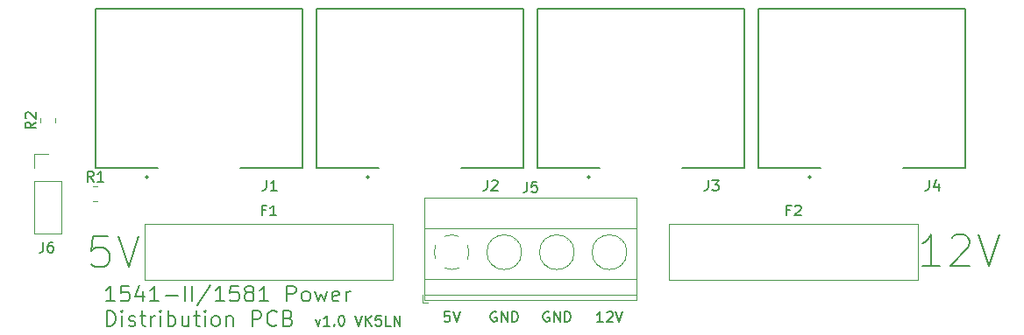
<source format=gbr>
%TF.GenerationSoftware,KiCad,Pcbnew,(6.0.5)*%
%TF.CreationDate,2022-11-10T13:27:30+10:30*%
%TF.ProjectId,1541-II PS,31353431-2d49-4492-9050-532e6b696361,rev?*%
%TF.SameCoordinates,Original*%
%TF.FileFunction,Legend,Top*%
%TF.FilePolarity,Positive*%
%FSLAX46Y46*%
G04 Gerber Fmt 4.6, Leading zero omitted, Abs format (unit mm)*
G04 Created by KiCad (PCBNEW (6.0.5)) date 2022-11-10 13:27:30*
%MOMM*%
%LPD*%
G01*
G04 APERTURE LIST*
%ADD10C,0.150000*%
%ADD11C,0.120000*%
%ADD12C,0.127000*%
%ADD13C,0.200000*%
G04 APERTURE END LIST*
D10*
X103774952Y-80716380D02*
X103203523Y-80716380D01*
X103489238Y-80716380D02*
X103489238Y-79716380D01*
X103394000Y-79859238D01*
X103298761Y-79954476D01*
X103203523Y-80002095D01*
X104155904Y-79811619D02*
X104203523Y-79764000D01*
X104298761Y-79716380D01*
X104536857Y-79716380D01*
X104632095Y-79764000D01*
X104679714Y-79811619D01*
X104727333Y-79906857D01*
X104727333Y-80002095D01*
X104679714Y-80144952D01*
X104108285Y-80716380D01*
X104727333Y-80716380D01*
X105013047Y-79716380D02*
X105346380Y-80716380D01*
X105679714Y-79716380D01*
X55943571Y-72398142D02*
X54515000Y-72398142D01*
X54372142Y-73826714D01*
X54515000Y-73683857D01*
X54800714Y-73541000D01*
X55515000Y-73541000D01*
X55800714Y-73683857D01*
X55943571Y-73826714D01*
X56086428Y-74112428D01*
X56086428Y-74826714D01*
X55943571Y-75112428D01*
X55800714Y-75255285D01*
X55515000Y-75398142D01*
X54800714Y-75398142D01*
X54515000Y-75255285D01*
X54372142Y-75112428D01*
X56943571Y-72398142D02*
X57943571Y-75398142D01*
X58943571Y-72398142D01*
X136318857Y-75271142D02*
X134604571Y-75271142D01*
X135461714Y-75271142D02*
X135461714Y-72271142D01*
X135176000Y-72699714D01*
X134890285Y-72985428D01*
X134604571Y-73128285D01*
X137461714Y-72556857D02*
X137604571Y-72414000D01*
X137890285Y-72271142D01*
X138604571Y-72271142D01*
X138890285Y-72414000D01*
X139033142Y-72556857D01*
X139176000Y-72842571D01*
X139176000Y-73128285D01*
X139033142Y-73556857D01*
X137318857Y-75271142D01*
X139176000Y-75271142D01*
X140033142Y-72271142D02*
X141033142Y-75271142D01*
X142033142Y-72271142D01*
X88963523Y-79716380D02*
X88487333Y-79716380D01*
X88439714Y-80192571D01*
X88487333Y-80144952D01*
X88582571Y-80097333D01*
X88820666Y-80097333D01*
X88915904Y-80144952D01*
X88963523Y-80192571D01*
X89011142Y-80287809D01*
X89011142Y-80525904D01*
X88963523Y-80621142D01*
X88915904Y-80668761D01*
X88820666Y-80716380D01*
X88582571Y-80716380D01*
X88487333Y-80668761D01*
X88439714Y-80621142D01*
X89296857Y-79716380D02*
X89630190Y-80716380D01*
X89963523Y-79716380D01*
X56612357Y-78719071D02*
X55755214Y-78719071D01*
X56183785Y-78719071D02*
X56183785Y-77219071D01*
X56040928Y-77433357D01*
X55898071Y-77576214D01*
X55755214Y-77647642D01*
X57969500Y-77219071D02*
X57255214Y-77219071D01*
X57183785Y-77933357D01*
X57255214Y-77861928D01*
X57398071Y-77790500D01*
X57755214Y-77790500D01*
X57898071Y-77861928D01*
X57969500Y-77933357D01*
X58040928Y-78076214D01*
X58040928Y-78433357D01*
X57969500Y-78576214D01*
X57898071Y-78647642D01*
X57755214Y-78719071D01*
X57398071Y-78719071D01*
X57255214Y-78647642D01*
X57183785Y-78576214D01*
X59326642Y-77719071D02*
X59326642Y-78719071D01*
X58969500Y-77147642D02*
X58612357Y-78219071D01*
X59540928Y-78219071D01*
X60898071Y-78719071D02*
X60040928Y-78719071D01*
X60469500Y-78719071D02*
X60469500Y-77219071D01*
X60326642Y-77433357D01*
X60183785Y-77576214D01*
X60040928Y-77647642D01*
X61540928Y-78147642D02*
X62683785Y-78147642D01*
X63398071Y-78719071D02*
X63398071Y-77219071D01*
X64112357Y-78719071D02*
X64112357Y-77219071D01*
X65898071Y-77147642D02*
X64612357Y-79076214D01*
X67183785Y-78719071D02*
X66326642Y-78719071D01*
X66755214Y-78719071D02*
X66755214Y-77219071D01*
X66612357Y-77433357D01*
X66469500Y-77576214D01*
X66326642Y-77647642D01*
X68540928Y-77219071D02*
X67826642Y-77219071D01*
X67755214Y-77933357D01*
X67826642Y-77861928D01*
X67969500Y-77790500D01*
X68326642Y-77790500D01*
X68469500Y-77861928D01*
X68540928Y-77933357D01*
X68612357Y-78076214D01*
X68612357Y-78433357D01*
X68540928Y-78576214D01*
X68469500Y-78647642D01*
X68326642Y-78719071D01*
X67969500Y-78719071D01*
X67826642Y-78647642D01*
X67755214Y-78576214D01*
X69469500Y-77861928D02*
X69326642Y-77790500D01*
X69255214Y-77719071D01*
X69183785Y-77576214D01*
X69183785Y-77504785D01*
X69255214Y-77361928D01*
X69326642Y-77290500D01*
X69469500Y-77219071D01*
X69755214Y-77219071D01*
X69898071Y-77290500D01*
X69969500Y-77361928D01*
X70040928Y-77504785D01*
X70040928Y-77576214D01*
X69969500Y-77719071D01*
X69898071Y-77790500D01*
X69755214Y-77861928D01*
X69469500Y-77861928D01*
X69326642Y-77933357D01*
X69255214Y-78004785D01*
X69183785Y-78147642D01*
X69183785Y-78433357D01*
X69255214Y-78576214D01*
X69326642Y-78647642D01*
X69469500Y-78719071D01*
X69755214Y-78719071D01*
X69898071Y-78647642D01*
X69969500Y-78576214D01*
X70040928Y-78433357D01*
X70040928Y-78147642D01*
X69969500Y-78004785D01*
X69898071Y-77933357D01*
X69755214Y-77861928D01*
X71469500Y-78719071D02*
X70612357Y-78719071D01*
X71040928Y-78719071D02*
X71040928Y-77219071D01*
X70898071Y-77433357D01*
X70755214Y-77576214D01*
X70612357Y-77647642D01*
X73255214Y-78719071D02*
X73255214Y-77219071D01*
X73826642Y-77219071D01*
X73969500Y-77290500D01*
X74040928Y-77361928D01*
X74112357Y-77504785D01*
X74112357Y-77719071D01*
X74040928Y-77861928D01*
X73969500Y-77933357D01*
X73826642Y-78004785D01*
X73255214Y-78004785D01*
X74969500Y-78719071D02*
X74826642Y-78647642D01*
X74755214Y-78576214D01*
X74683785Y-78433357D01*
X74683785Y-78004785D01*
X74755214Y-77861928D01*
X74826642Y-77790500D01*
X74969500Y-77719071D01*
X75183785Y-77719071D01*
X75326642Y-77790500D01*
X75398071Y-77861928D01*
X75469500Y-78004785D01*
X75469500Y-78433357D01*
X75398071Y-78576214D01*
X75326642Y-78647642D01*
X75183785Y-78719071D01*
X74969500Y-78719071D01*
X75969500Y-77719071D02*
X76255214Y-78719071D01*
X76540928Y-78004785D01*
X76826642Y-78719071D01*
X77112357Y-77719071D01*
X78255214Y-78647642D02*
X78112357Y-78719071D01*
X77826642Y-78719071D01*
X77683785Y-78647642D01*
X77612357Y-78504785D01*
X77612357Y-77933357D01*
X77683785Y-77790500D01*
X77826642Y-77719071D01*
X78112357Y-77719071D01*
X78255214Y-77790500D01*
X78326642Y-77933357D01*
X78326642Y-78076214D01*
X77612357Y-78219071D01*
X78969500Y-78719071D02*
X78969500Y-77719071D01*
X78969500Y-78004785D02*
X79040928Y-77861928D01*
X79112357Y-77790500D01*
X79255214Y-77719071D01*
X79398071Y-77719071D01*
X55826642Y-81134071D02*
X55826642Y-79634071D01*
X56183785Y-79634071D01*
X56398071Y-79705500D01*
X56540928Y-79848357D01*
X56612357Y-79991214D01*
X56683785Y-80276928D01*
X56683785Y-80491214D01*
X56612357Y-80776928D01*
X56540928Y-80919785D01*
X56398071Y-81062642D01*
X56183785Y-81134071D01*
X55826642Y-81134071D01*
X57326642Y-81134071D02*
X57326642Y-80134071D01*
X57326642Y-79634071D02*
X57255214Y-79705500D01*
X57326642Y-79776928D01*
X57398071Y-79705500D01*
X57326642Y-79634071D01*
X57326642Y-79776928D01*
X57969500Y-81062642D02*
X58112357Y-81134071D01*
X58398071Y-81134071D01*
X58540928Y-81062642D01*
X58612357Y-80919785D01*
X58612357Y-80848357D01*
X58540928Y-80705500D01*
X58398071Y-80634071D01*
X58183785Y-80634071D01*
X58040928Y-80562642D01*
X57969500Y-80419785D01*
X57969500Y-80348357D01*
X58040928Y-80205500D01*
X58183785Y-80134071D01*
X58398071Y-80134071D01*
X58540928Y-80205500D01*
X59040928Y-80134071D02*
X59612357Y-80134071D01*
X59255214Y-79634071D02*
X59255214Y-80919785D01*
X59326642Y-81062642D01*
X59469500Y-81134071D01*
X59612357Y-81134071D01*
X60112357Y-81134071D02*
X60112357Y-80134071D01*
X60112357Y-80419785D02*
X60183785Y-80276928D01*
X60255214Y-80205500D01*
X60398071Y-80134071D01*
X60540928Y-80134071D01*
X61040928Y-81134071D02*
X61040928Y-80134071D01*
X61040928Y-79634071D02*
X60969500Y-79705500D01*
X61040928Y-79776928D01*
X61112357Y-79705500D01*
X61040928Y-79634071D01*
X61040928Y-79776928D01*
X61755214Y-81134071D02*
X61755214Y-79634071D01*
X61755214Y-80205500D02*
X61898071Y-80134071D01*
X62183785Y-80134071D01*
X62326642Y-80205500D01*
X62398071Y-80276928D01*
X62469500Y-80419785D01*
X62469500Y-80848357D01*
X62398071Y-80991214D01*
X62326642Y-81062642D01*
X62183785Y-81134071D01*
X61898071Y-81134071D01*
X61755214Y-81062642D01*
X63755214Y-80134071D02*
X63755214Y-81134071D01*
X63112357Y-80134071D02*
X63112357Y-80919785D01*
X63183785Y-81062642D01*
X63326642Y-81134071D01*
X63540928Y-81134071D01*
X63683785Y-81062642D01*
X63755214Y-80991214D01*
X64255214Y-80134071D02*
X64826642Y-80134071D01*
X64469500Y-79634071D02*
X64469500Y-80919785D01*
X64540928Y-81062642D01*
X64683785Y-81134071D01*
X64826642Y-81134071D01*
X65326642Y-81134071D02*
X65326642Y-80134071D01*
X65326642Y-79634071D02*
X65255214Y-79705500D01*
X65326642Y-79776928D01*
X65398071Y-79705500D01*
X65326642Y-79634071D01*
X65326642Y-79776928D01*
X66255214Y-81134071D02*
X66112357Y-81062642D01*
X66040928Y-80991214D01*
X65969500Y-80848357D01*
X65969500Y-80419785D01*
X66040928Y-80276928D01*
X66112357Y-80205500D01*
X66255214Y-80134071D01*
X66469500Y-80134071D01*
X66612357Y-80205500D01*
X66683785Y-80276928D01*
X66755214Y-80419785D01*
X66755214Y-80848357D01*
X66683785Y-80991214D01*
X66612357Y-81062642D01*
X66469500Y-81134071D01*
X66255214Y-81134071D01*
X67398071Y-80134071D02*
X67398071Y-81134071D01*
X67398071Y-80276928D02*
X67469500Y-80205500D01*
X67612357Y-80134071D01*
X67826642Y-80134071D01*
X67969500Y-80205500D01*
X68040928Y-80348357D01*
X68040928Y-81134071D01*
X69898071Y-81134071D02*
X69898071Y-79634071D01*
X70469500Y-79634071D01*
X70612357Y-79705500D01*
X70683785Y-79776928D01*
X70755214Y-79919785D01*
X70755214Y-80134071D01*
X70683785Y-80276928D01*
X70612357Y-80348357D01*
X70469500Y-80419785D01*
X69898071Y-80419785D01*
X72255214Y-80991214D02*
X72183785Y-81062642D01*
X71969500Y-81134071D01*
X71826642Y-81134071D01*
X71612357Y-81062642D01*
X71469500Y-80919785D01*
X71398071Y-80776928D01*
X71326642Y-80491214D01*
X71326642Y-80276928D01*
X71398071Y-79991214D01*
X71469500Y-79848357D01*
X71612357Y-79705500D01*
X71826642Y-79634071D01*
X71969500Y-79634071D01*
X72183785Y-79705500D01*
X72255214Y-79776928D01*
X73398071Y-80348357D02*
X73612357Y-80419785D01*
X73683785Y-80491214D01*
X73755214Y-80634071D01*
X73755214Y-80848357D01*
X73683785Y-80991214D01*
X73612357Y-81062642D01*
X73469500Y-81134071D01*
X72898071Y-81134071D01*
X72898071Y-79634071D01*
X73398071Y-79634071D01*
X73540928Y-79705500D01*
X73612357Y-79776928D01*
X73683785Y-79919785D01*
X73683785Y-80062642D01*
X73612357Y-80205500D01*
X73540928Y-80276928D01*
X73398071Y-80348357D01*
X72898071Y-80348357D01*
X98552095Y-79764000D02*
X98456857Y-79716380D01*
X98314000Y-79716380D01*
X98171142Y-79764000D01*
X98075904Y-79859238D01*
X98028285Y-79954476D01*
X97980666Y-80144952D01*
X97980666Y-80287809D01*
X98028285Y-80478285D01*
X98075904Y-80573523D01*
X98171142Y-80668761D01*
X98314000Y-80716380D01*
X98409238Y-80716380D01*
X98552095Y-80668761D01*
X98599714Y-80621142D01*
X98599714Y-80287809D01*
X98409238Y-80287809D01*
X99028285Y-80716380D02*
X99028285Y-79716380D01*
X99599714Y-80716380D01*
X99599714Y-79716380D01*
X100075904Y-80716380D02*
X100075904Y-79716380D01*
X100314000Y-79716380D01*
X100456857Y-79764000D01*
X100552095Y-79859238D01*
X100599714Y-79954476D01*
X100647333Y-80144952D01*
X100647333Y-80287809D01*
X100599714Y-80478285D01*
X100552095Y-80573523D01*
X100456857Y-80668761D01*
X100314000Y-80716380D01*
X100075904Y-80716380D01*
X75994142Y-80430714D02*
X76232238Y-81097380D01*
X76470333Y-80430714D01*
X77375095Y-81097380D02*
X76803666Y-81097380D01*
X77089380Y-81097380D02*
X77089380Y-80097380D01*
X76994142Y-80240238D01*
X76898904Y-80335476D01*
X76803666Y-80383095D01*
X77803666Y-81002142D02*
X77851285Y-81049761D01*
X77803666Y-81097380D01*
X77756047Y-81049761D01*
X77803666Y-81002142D01*
X77803666Y-81097380D01*
X78470333Y-80097380D02*
X78565571Y-80097380D01*
X78660809Y-80145000D01*
X78708428Y-80192619D01*
X78756047Y-80287857D01*
X78803666Y-80478333D01*
X78803666Y-80716428D01*
X78756047Y-80906904D01*
X78708428Y-81002142D01*
X78660809Y-81049761D01*
X78565571Y-81097380D01*
X78470333Y-81097380D01*
X78375095Y-81049761D01*
X78327476Y-81002142D01*
X78279857Y-80906904D01*
X78232238Y-80716428D01*
X78232238Y-80478333D01*
X78279857Y-80287857D01*
X78327476Y-80192619D01*
X78375095Y-80145000D01*
X78470333Y-80097380D01*
X79851285Y-80097380D02*
X80184619Y-81097380D01*
X80517952Y-80097380D01*
X80851285Y-81097380D02*
X80851285Y-80097380D01*
X81422714Y-81097380D02*
X80994142Y-80525952D01*
X81422714Y-80097380D02*
X80851285Y-80668809D01*
X82327476Y-80097380D02*
X81851285Y-80097380D01*
X81803666Y-80573571D01*
X81851285Y-80525952D01*
X81946523Y-80478333D01*
X82184619Y-80478333D01*
X82279857Y-80525952D01*
X82327476Y-80573571D01*
X82375095Y-80668809D01*
X82375095Y-80906904D01*
X82327476Y-81002142D01*
X82279857Y-81049761D01*
X82184619Y-81097380D01*
X81946523Y-81097380D01*
X81851285Y-81049761D01*
X81803666Y-81002142D01*
X83279857Y-81097380D02*
X82803666Y-81097380D01*
X82803666Y-80097380D01*
X83613190Y-81097380D02*
X83613190Y-80097380D01*
X84184619Y-81097380D01*
X84184619Y-80097380D01*
X93472095Y-79764000D02*
X93376857Y-79716380D01*
X93234000Y-79716380D01*
X93091142Y-79764000D01*
X92995904Y-79859238D01*
X92948285Y-79954476D01*
X92900666Y-80144952D01*
X92900666Y-80287809D01*
X92948285Y-80478285D01*
X92995904Y-80573523D01*
X93091142Y-80668761D01*
X93234000Y-80716380D01*
X93329238Y-80716380D01*
X93472095Y-80668761D01*
X93519714Y-80621142D01*
X93519714Y-80287809D01*
X93329238Y-80287809D01*
X93948285Y-80716380D02*
X93948285Y-79716380D01*
X94519714Y-80716380D01*
X94519714Y-79716380D01*
X94995904Y-80716380D02*
X94995904Y-79716380D01*
X95234000Y-79716380D01*
X95376857Y-79764000D01*
X95472095Y-79859238D01*
X95519714Y-79954476D01*
X95567333Y-80144952D01*
X95567333Y-80287809D01*
X95519714Y-80478285D01*
X95472095Y-80573523D01*
X95376857Y-80668761D01*
X95234000Y-80716380D01*
X94995904Y-80716380D01*
%TO.C,R2*%
X48967380Y-61380666D02*
X48491190Y-61714000D01*
X48967380Y-61952095D02*
X47967380Y-61952095D01*
X47967380Y-61571142D01*
X48015000Y-61475904D01*
X48062619Y-61428285D01*
X48157857Y-61380666D01*
X48300714Y-61380666D01*
X48395952Y-61428285D01*
X48443571Y-61475904D01*
X48491190Y-61571142D01*
X48491190Y-61952095D01*
X48062619Y-60999714D02*
X48015000Y-60952095D01*
X47967380Y-60856857D01*
X47967380Y-60618761D01*
X48015000Y-60523523D01*
X48062619Y-60475904D01*
X48157857Y-60428285D01*
X48253095Y-60428285D01*
X48395952Y-60475904D01*
X48967380Y-61047333D01*
X48967380Y-60428285D01*
%TO.C,R1*%
X54570333Y-67128380D02*
X54237000Y-66652190D01*
X53998904Y-67128380D02*
X53998904Y-66128380D01*
X54379857Y-66128380D01*
X54475095Y-66176000D01*
X54522714Y-66223619D01*
X54570333Y-66318857D01*
X54570333Y-66461714D01*
X54522714Y-66556952D01*
X54475095Y-66604571D01*
X54379857Y-66652190D01*
X53998904Y-66652190D01*
X55522714Y-67128380D02*
X54951285Y-67128380D01*
X55237000Y-67128380D02*
X55237000Y-66128380D01*
X55141761Y-66271238D01*
X55046523Y-66366476D01*
X54951285Y-66414095D01*
%TO.C,J6*%
X49704666Y-72985380D02*
X49704666Y-73699666D01*
X49657047Y-73842523D01*
X49561809Y-73937761D01*
X49418952Y-73985380D01*
X49323714Y-73985380D01*
X50609428Y-72985380D02*
X50418952Y-72985380D01*
X50323714Y-73033000D01*
X50276095Y-73080619D01*
X50180857Y-73223476D01*
X50133238Y-73413952D01*
X50133238Y-73794904D01*
X50180857Y-73890142D01*
X50228476Y-73937761D01*
X50323714Y-73985380D01*
X50514190Y-73985380D01*
X50609428Y-73937761D01*
X50657047Y-73890142D01*
X50704666Y-73794904D01*
X50704666Y-73556809D01*
X50657047Y-73461571D01*
X50609428Y-73413952D01*
X50514190Y-73366333D01*
X50323714Y-73366333D01*
X50228476Y-73413952D01*
X50180857Y-73461571D01*
X50133238Y-73556809D01*
%TO.C,J1*%
X71261666Y-66999380D02*
X71261666Y-67713666D01*
X71214047Y-67856523D01*
X71118809Y-67951761D01*
X70975952Y-67999380D01*
X70880714Y-67999380D01*
X72261666Y-67999380D02*
X71690238Y-67999380D01*
X71975952Y-67999380D02*
X71975952Y-66999380D01*
X71880714Y-67142238D01*
X71785476Y-67237476D01*
X71690238Y-67285095D01*
%TO.C,J5*%
X96440666Y-67157380D02*
X96440666Y-67871666D01*
X96393047Y-68014523D01*
X96297809Y-68109761D01*
X96154952Y-68157380D01*
X96059714Y-68157380D01*
X97393047Y-67157380D02*
X96916857Y-67157380D01*
X96869238Y-67633571D01*
X96916857Y-67585952D01*
X97012095Y-67538333D01*
X97250190Y-67538333D01*
X97345428Y-67585952D01*
X97393047Y-67633571D01*
X97440666Y-67728809D01*
X97440666Y-67966904D01*
X97393047Y-68062142D01*
X97345428Y-68109761D01*
X97250190Y-68157380D01*
X97012095Y-68157380D01*
X96916857Y-68109761D01*
X96869238Y-68062142D01*
%TO.C,F1*%
X71167666Y-69892571D02*
X70834333Y-69892571D01*
X70834333Y-70416380D02*
X70834333Y-69416380D01*
X71310523Y-69416380D01*
X72215285Y-70416380D02*
X71643857Y-70416380D01*
X71929571Y-70416380D02*
X71929571Y-69416380D01*
X71834333Y-69559238D01*
X71739095Y-69654476D01*
X71643857Y-69702095D01*
%TO.C,F2*%
X121840666Y-69892571D02*
X121507333Y-69892571D01*
X121507333Y-70416380D02*
X121507333Y-69416380D01*
X121983523Y-69416380D01*
X122316857Y-69511619D02*
X122364476Y-69464000D01*
X122459714Y-69416380D01*
X122697809Y-69416380D01*
X122793047Y-69464000D01*
X122840666Y-69511619D01*
X122888285Y-69606857D01*
X122888285Y-69702095D01*
X122840666Y-69844952D01*
X122269238Y-70416380D01*
X122888285Y-70416380D01*
%TO.C,J3*%
X113933666Y-66999380D02*
X113933666Y-67713666D01*
X113886047Y-67856523D01*
X113790809Y-67951761D01*
X113647952Y-67999380D01*
X113552714Y-67999380D01*
X114314619Y-66999380D02*
X114933666Y-66999380D01*
X114600333Y-67380333D01*
X114743190Y-67380333D01*
X114838428Y-67427952D01*
X114886047Y-67475571D01*
X114933666Y-67570809D01*
X114933666Y-67808904D01*
X114886047Y-67904142D01*
X114838428Y-67951761D01*
X114743190Y-67999380D01*
X114457476Y-67999380D01*
X114362238Y-67951761D01*
X114314619Y-67904142D01*
%TO.C,J2*%
X92597666Y-66999380D02*
X92597666Y-67713666D01*
X92550047Y-67856523D01*
X92454809Y-67951761D01*
X92311952Y-67999380D01*
X92216714Y-67999380D01*
X93026238Y-67094619D02*
X93073857Y-67047000D01*
X93169095Y-66999380D01*
X93407190Y-66999380D01*
X93502428Y-67047000D01*
X93550047Y-67094619D01*
X93597666Y-67189857D01*
X93597666Y-67285095D01*
X93550047Y-67427952D01*
X92978619Y-67999380D01*
X93597666Y-67999380D01*
%TO.C,J4*%
X135269666Y-66999380D02*
X135269666Y-67713666D01*
X135222047Y-67856523D01*
X135126809Y-67951761D01*
X134983952Y-67999380D01*
X134888714Y-67999380D01*
X136174428Y-67332714D02*
X136174428Y-67999380D01*
X135936333Y-66951761D02*
X135698238Y-67666047D01*
X136317285Y-67666047D01*
D11*
%TO.C,R2*%
X49430000Y-61441064D02*
X49430000Y-60986936D01*
X50900000Y-61441064D02*
X50900000Y-60986936D01*
%TO.C,R1*%
X54509936Y-67591000D02*
X54964064Y-67591000D01*
X54509936Y-69061000D02*
X54964064Y-69061000D01*
%TO.C,J6*%
X51495000Y-67056000D02*
X51495000Y-72196000D01*
X48835000Y-67056000D02*
X51495000Y-67056000D01*
X48835000Y-65786000D02*
X48835000Y-64456000D01*
X48835000Y-72196000D02*
X51495000Y-72196000D01*
X48835000Y-64456000D02*
X50165000Y-64456000D01*
X48835000Y-67056000D02*
X48835000Y-72196000D01*
D12*
%TO.C,J1*%
X54770000Y-65812000D02*
X54770000Y-50412000D01*
X74770000Y-65812000D02*
X68770000Y-65812000D01*
X74770000Y-50412000D02*
X54770000Y-50412000D01*
X74770000Y-50412000D02*
X74770000Y-65812000D01*
X60770000Y-65812000D02*
X54770000Y-65812000D01*
D13*
X59826000Y-66696000D02*
G75*
G03*
X59826000Y-66696000I-100000J0D01*
G01*
D11*
%TO.C,J5*%
X86314000Y-78125000D02*
X86314000Y-78865000D01*
X86554000Y-78065000D02*
X106994000Y-78065000D01*
X93007000Y-74988000D02*
X92960000Y-75034000D01*
X105669000Y-72896000D02*
X105622000Y-72942000D01*
X86554000Y-68704000D02*
X106994000Y-68704000D01*
X106994000Y-68704000D02*
X106994000Y-78625000D01*
X86314000Y-78865000D02*
X86814000Y-78865000D01*
X86554000Y-76565000D02*
X106994000Y-76565000D01*
X103360000Y-75204000D02*
X103325000Y-75239000D01*
X95304000Y-72690000D02*
X95269000Y-72726000D01*
X98280000Y-75204000D02*
X98245000Y-75239000D01*
X100589000Y-72896000D02*
X100542000Y-72942000D01*
X86554000Y-68704000D02*
X86554000Y-78625000D01*
X95509000Y-72896000D02*
X95462000Y-72942000D01*
X103167000Y-74988000D02*
X103120000Y-75034000D01*
X93200000Y-75204000D02*
X93165000Y-75239000D01*
X98087000Y-74988000D02*
X98040000Y-75034000D01*
X105464000Y-72690000D02*
X105429000Y-72726000D01*
X86554000Y-78625000D02*
X106994000Y-78625000D01*
X100384000Y-72690000D02*
X100349000Y-72726000D01*
X86554000Y-71664000D02*
X106994000Y-71664000D01*
X88470000Y-75500000D02*
G75*
G03*
X89182805Y-75645253I683999J1535001D01*
G01*
X90689001Y-74649000D02*
G75*
G03*
X90689427Y-73281958I-1535001J684000D01*
G01*
X89838000Y-72430000D02*
G75*
G03*
X88470958Y-72429573I-684001J-1534993D01*
G01*
X89154000Y-75645000D02*
G75*
G03*
X89837318Y-75499756I0J1680000D01*
G01*
X87619000Y-73281000D02*
G75*
G03*
X87618573Y-74648042I1534993J-684001D01*
G01*
X106074000Y-73965000D02*
G75*
G03*
X106074000Y-73965000I-1680000J0D01*
G01*
X100994000Y-73965000D02*
G75*
G03*
X100994000Y-73965000I-1680000J0D01*
G01*
X95914000Y-73965000D02*
G75*
G03*
X95914000Y-73965000I-1680000J0D01*
G01*
%TO.C,F1*%
X59501000Y-76614000D02*
X59501000Y-71214000D01*
X83501000Y-76614000D02*
X59501000Y-76614000D01*
X59501000Y-71214000D02*
X83501000Y-71214000D01*
X83501000Y-71214000D02*
X83501000Y-76614000D01*
%TO.C,F2*%
X134174000Y-71214000D02*
X134174000Y-76614000D01*
X110174000Y-76614000D02*
X110174000Y-71214000D01*
X110174000Y-71214000D02*
X134174000Y-71214000D01*
X134174000Y-76614000D02*
X110174000Y-76614000D01*
D12*
%TO.C,J3*%
X117442000Y-65812000D02*
X111442000Y-65812000D01*
X117442000Y-50412000D02*
X97442000Y-50412000D01*
X103442000Y-65812000D02*
X97442000Y-65812000D01*
X117442000Y-50412000D02*
X117442000Y-65812000D01*
X97442000Y-65812000D02*
X97442000Y-50412000D01*
D13*
X102498000Y-66696000D02*
G75*
G03*
X102498000Y-66696000I-100000J0D01*
G01*
D12*
%TO.C,J2*%
X82106000Y-65812000D02*
X76106000Y-65812000D01*
X96106000Y-50412000D02*
X96106000Y-65812000D01*
X76106000Y-65812000D02*
X76106000Y-50412000D01*
X96106000Y-65812000D02*
X90106000Y-65812000D01*
X96106000Y-50412000D02*
X76106000Y-50412000D01*
D13*
X81162000Y-66696000D02*
G75*
G03*
X81162000Y-66696000I-100000J0D01*
G01*
D12*
%TO.C,J4*%
X138778000Y-50412000D02*
X138778000Y-65812000D01*
X138778000Y-65812000D02*
X132778000Y-65812000D01*
X124778000Y-65812000D02*
X118778000Y-65812000D01*
X118778000Y-65812000D02*
X118778000Y-50412000D01*
X138778000Y-50412000D02*
X118778000Y-50412000D01*
D13*
X123834000Y-66696000D02*
G75*
G03*
X123834000Y-66696000I-100000J0D01*
G01*
%TD*%
M02*

</source>
